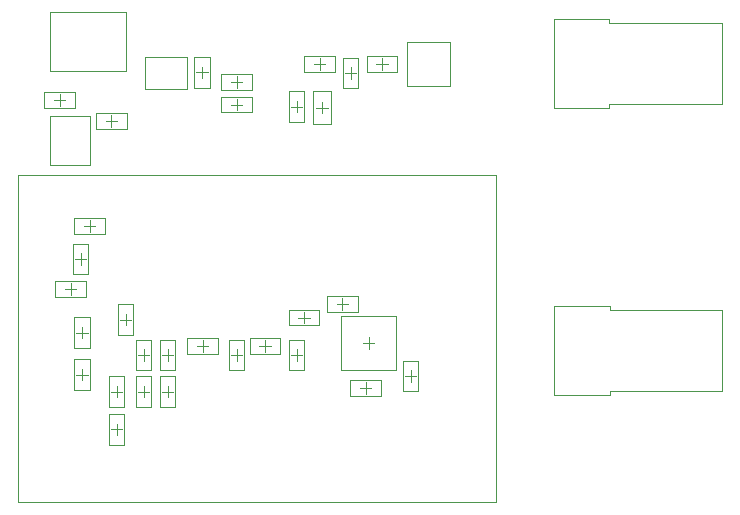
<source format=gbr>
%TF.GenerationSoftware,Altium Limited,Altium Designer,22.6.1 (34)*%
G04 Layer_Color=32768*
%FSLAX26Y26*%
%MOIN*%
%TF.SameCoordinates,2B337168-DF0E-4336-AB3C-9C7F5D13073F*%
%TF.FilePolarity,Positive*%
%TF.FileFunction,Other,Mechanical_15*%
%TF.Part,Single*%
G01*
G75*
%TA.AperFunction,NonConductor*%
%ADD69C,0.003937*%
%ADD71C,0.001968*%
D69*
X2495000Y1350315D02*
Y1389685D01*
X2475315Y1370000D02*
X2514685D01*
X1636299Y1207441D02*
X1673701D01*
X1655000Y1188740D02*
Y1226142D01*
X1681000Y1156441D02*
Y1258441D01*
X1629000Y1156441D02*
Y1258441D01*
X1681000D01*
X1629000Y1156441D02*
X1681000D01*
X1502441Y1531299D02*
Y1568701D01*
X1483740Y1550000D02*
X1521142D01*
X1451441Y1524000D02*
X1553441D01*
X1451441Y1576000D02*
X1553441D01*
Y1524000D02*
Y1576000D01*
X1451441Y1524000D02*
Y1576000D01*
X1521299Y1265000D02*
X1558701D01*
X1540000Y1246299D02*
Y1283701D01*
X1566000Y1214000D02*
Y1316000D01*
X1514000Y1214000D02*
Y1316000D01*
X1566000D01*
X1514000Y1214000D02*
X1566000D01*
X1521299Y1405000D02*
X1558701D01*
X1540000Y1386299D02*
Y1423701D01*
X1566000Y1354000D02*
Y1456000D01*
X1514000Y1354000D02*
Y1456000D01*
X1566000D01*
X1514000Y1354000D02*
X1566000D01*
X1636299Y1082559D02*
X1673701D01*
X1655000Y1063858D02*
Y1101260D01*
X1681000Y1031559D02*
Y1133559D01*
X1629000Y1031559D02*
Y1133559D01*
X1681000D01*
X1629000Y1031559D02*
X1681000D01*
X1516299Y1650000D02*
X1553701D01*
X1535000Y1631299D02*
Y1668701D01*
X1509000Y1599000D02*
Y1701000D01*
X1561000Y1599000D02*
Y1701000D01*
X1509000Y1599000D02*
X1561000D01*
X1509000Y1701000D02*
X1561000D01*
X1666299Y1447441D02*
X1703701D01*
X1685000Y1428740D02*
Y1466142D01*
X1711000Y1396441D02*
Y1498441D01*
X1659000Y1396441D02*
Y1498441D01*
X1711000D01*
X1659000Y1396441D02*
X1711000D01*
X1726299Y1207441D02*
X1763701D01*
X1745000Y1188740D02*
Y1226142D01*
X1771000Y1156441D02*
Y1258441D01*
X1719000Y1156441D02*
Y1258441D01*
X1771000D01*
X1719000Y1156441D02*
X1771000D01*
X1726299Y1330000D02*
X1763701D01*
X1745000Y1311299D02*
Y1348701D01*
X1771000Y1279000D02*
Y1381000D01*
X1719000Y1279000D02*
Y1381000D01*
X1771000D01*
X1719000Y1279000D02*
X1771000D01*
X1806299Y1330000D02*
X1843701D01*
X1825000Y1311299D02*
Y1348701D01*
X1851000Y1279000D02*
Y1381000D01*
X1799000Y1279000D02*
Y1381000D01*
X1851000D01*
X1799000Y1279000D02*
X1851000D01*
X1565000Y1741299D02*
Y1778701D01*
X1546299Y1760000D02*
X1583701D01*
X1514000Y1786000D02*
X1616000D01*
X1514000Y1734000D02*
X1616000D01*
X1514000D02*
Y1786000D01*
X1616000Y1734000D02*
Y1786000D01*
X2236299Y1330000D02*
X2273701D01*
X2255000Y1311299D02*
Y1348701D01*
X2281000Y1279000D02*
Y1381000D01*
X2229000Y1279000D02*
Y1381000D01*
X2281000D01*
X2229000Y1279000D02*
X2281000D01*
X1942559Y1341299D02*
Y1378701D01*
X1923858Y1360000D02*
X1961260D01*
X1891559Y1386000D02*
X1993559D01*
X1891559Y1334000D02*
X1993559D01*
X1891559D02*
Y1386000D01*
X1993559Y1334000D02*
Y1386000D01*
X2280000Y1436299D02*
Y1473701D01*
X2261299Y1455000D02*
X2298701D01*
X2229000Y1429000D02*
X2331000D01*
X2229000Y1481000D02*
X2331000D01*
Y1429000D02*
Y1481000D01*
X2229000Y1429000D02*
Y1481000D01*
X2536000Y1194000D02*
Y1246000D01*
X2434000Y1194000D02*
Y1246000D01*
Y1194000D02*
X2536000D01*
X2434000Y1246000D02*
X2536000D01*
X2466299Y1220000D02*
X2503701D01*
X2485000Y1201299D02*
Y1238701D01*
X2616299Y1260000D02*
X2653701D01*
X2635000Y1241299D02*
Y1278701D01*
X2609000Y1209000D02*
Y1311000D01*
X2661000Y1209000D02*
Y1311000D01*
X2609000Y1209000D02*
X2661000D01*
X2609000Y1311000D02*
X2661000D01*
X2407441Y1481299D02*
Y1518701D01*
X2388740Y1500000D02*
X2426142D01*
X2356441Y1526000D02*
X2458441D01*
X2356441Y1474000D02*
X2458441D01*
X2356441D02*
Y1526000D01*
X2458441Y1474000D02*
Y1526000D01*
X1806299Y1207559D02*
X1843701D01*
X1825000Y1188858D02*
Y1226260D01*
X1851000Y1156559D02*
Y1258559D01*
X1799000Y1156559D02*
Y1258559D01*
X1851000D01*
X1799000Y1156559D02*
X1851000D01*
X2036299Y1330000D02*
X2073701D01*
X2055000Y1311299D02*
Y1348701D01*
X2081000Y1279000D02*
Y1381000D01*
X2029000Y1279000D02*
Y1381000D01*
X2081000D01*
X2029000Y1279000D02*
X2081000D01*
X2150000Y1341299D02*
Y1378701D01*
X2131299Y1360000D02*
X2168701D01*
X2099000Y1334000D02*
X2201000D01*
X2099000Y1386000D02*
X2201000D01*
Y1334000D02*
Y1386000D01*
X2099000Y1334000D02*
Y1386000D01*
X2591000Y2274000D02*
Y2326000D01*
X2489000Y2274000D02*
Y2326000D01*
Y2274000D02*
X2591000D01*
X2489000Y2326000D02*
X2591000D01*
X2521299Y2300000D02*
X2558701D01*
X2540000Y2281299D02*
Y2318701D01*
X2004000Y2139000D02*
Y2191000D01*
X2106000Y2139000D02*
Y2191000D01*
X2004000D02*
X2106000D01*
X2004000Y2139000D02*
X2106000D01*
X2036299Y2165000D02*
X2073701D01*
X2055000Y2146299D02*
Y2183701D01*
X2106000Y2214000D02*
Y2266000D01*
X2004000Y2214000D02*
Y2266000D01*
Y2214000D02*
X2106000D01*
X2004000Y2266000D02*
X2106000D01*
X2036299Y2240000D02*
X2073701D01*
X2055000Y2221299D02*
Y2258701D01*
X1516000Y2154000D02*
Y2206000D01*
X1414000Y2154000D02*
Y2206000D01*
Y2154000D02*
X1516000D01*
X1414000Y2206000D02*
X1516000D01*
X1446299Y2180000D02*
X1483701D01*
X1465000Y2161299D02*
Y2198701D01*
X2383559Y2274000D02*
Y2326000D01*
X2281559Y2274000D02*
Y2326000D01*
Y2274000D02*
X2383559D01*
X2281559Y2326000D02*
X2383559D01*
X2313858Y2300000D02*
X2351260D01*
X2332559Y2281299D02*
Y2318701D01*
X1914000Y2323441D02*
X1966000D01*
X1914000Y2221441D02*
X1966000D01*
Y2323441D01*
X1914000Y2221441D02*
Y2323441D01*
X1940000Y2253740D02*
Y2291142D01*
X1921299Y2272441D02*
X1958701D01*
X2320315Y2155000D02*
X2359685D01*
X2340000Y2135315D02*
Y2174685D01*
X2371496Y2099882D02*
Y2210118D01*
X2308504Y2099882D02*
Y2210118D01*
X2371496D01*
X2308504Y2099882D02*
X2371496D01*
X2229000Y2106441D02*
X2281000D01*
X2229000Y2208441D02*
X2281000D01*
X2229000Y2106441D02*
Y2208441D01*
X2281000Y2106441D02*
Y2208441D01*
X2255000Y2138740D02*
Y2176142D01*
X2236299Y2157441D02*
X2273701D01*
X2409000Y2219000D02*
X2461000D01*
X2409000Y2321000D02*
X2461000D01*
X2409000Y2219000D02*
Y2321000D01*
X2461000Y2219000D02*
Y2321000D01*
X2435000Y2251299D02*
Y2288701D01*
X2416299Y2270000D02*
X2453701D01*
X1688559Y2084000D02*
Y2136000D01*
X1586559Y2084000D02*
Y2136000D01*
Y2084000D02*
X1688559D01*
X1586559Y2136000D02*
X1688559D01*
X1618858Y2110000D02*
X1656260D01*
X1637559Y2091299D02*
Y2128701D01*
D71*
X2920866Y838661D02*
Y1929213D01*
X1326378D02*
X2920866D01*
X1326378Y838661D02*
Y1929213D01*
Y838661D02*
X2920866D01*
X2404449Y1279449D02*
X2585551D01*
X2404449Y1460551D02*
X2585551D01*
Y1279449D02*
Y1460551D01*
X2404449Y1279449D02*
Y1460551D01*
X3114606Y1197362D02*
Y1492638D01*
X3299646D01*
Y1479842D02*
Y1492638D01*
Y1479842D02*
X3674449D01*
Y1210158D02*
Y1479842D01*
X3299646Y1210158D02*
X3674449D01*
X3299646Y1197362D02*
Y1210158D01*
X3114606Y1197362D02*
X3299646D01*
X2622165Y2227165D02*
X2767835D01*
X2622165D02*
Y2372835D01*
X2767835D01*
Y2227165D02*
Y2372835D01*
X1891260Y2217638D02*
Y2322362D01*
X1748740Y2217638D02*
X1891260D01*
X1748740D02*
Y2322362D01*
X1891260D01*
X1433071Y2128071D02*
X1566929D01*
X1433071Y1961929D02*
Y2128071D01*
Y1961929D02*
X1566929D01*
Y2128071D01*
X3112480Y2153583D02*
Y2448858D01*
X3297520D01*
Y2436063D02*
Y2448858D01*
Y2436063D02*
X3672323D01*
Y2166378D02*
Y2436063D01*
X3297520Y2166378D02*
X3672323D01*
X3297520Y2153583D02*
Y2166378D01*
X3112480Y2153583D02*
X3297520D01*
X1687953Y2276575D02*
Y2473425D01*
X1432047Y2276575D02*
X1687953D01*
X1432047D02*
Y2473425D01*
X1687953D01*
%TF.MD5,d0ec273444fa01eb216f8224de02d023*%
M02*

</source>
